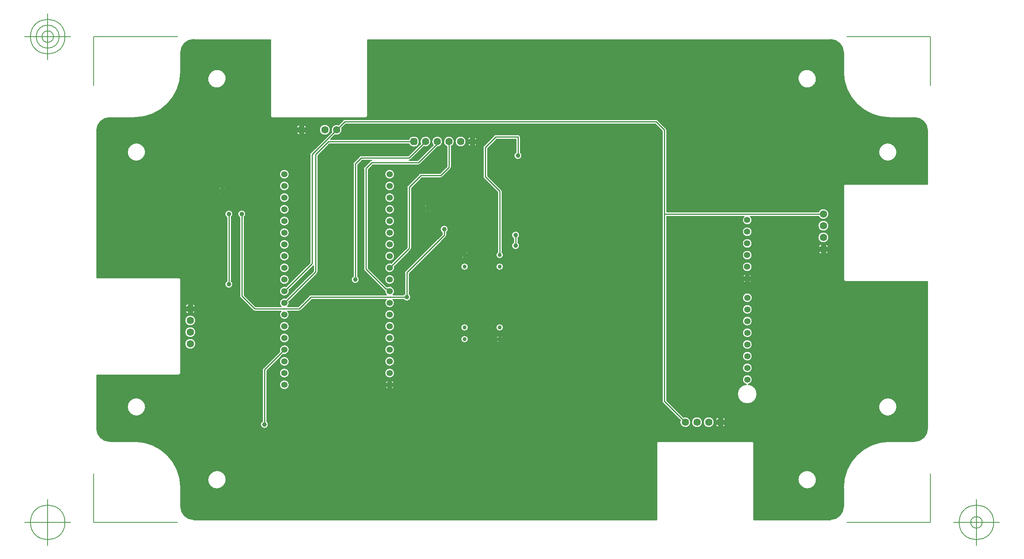
<source format=gbr>
G04 Generated by Ultiboard 14.2 *
%FSLAX24Y24*%
%MOIN*%

%ADD10C,0.0001*%
%ADD11C,0.0100*%
%ADD12C,0.0050*%
%ADD13C,0.0394*%
%ADD14C,0.0534*%
%ADD15C,0.0337*%
%ADD16C,0.0633*%
%ADD17R,0.0208X0.0208*%
%ADD18C,0.0392*%


G04 ColorRGB 0000FF for the following layer *
%LNCopper Bottom*%
%LPD*%
G54D10*
G36*
X20651Y-13987D02*
X20651Y-13987D01*
X20651Y-20517D01*
X20899Y-20517D01*
X20899Y-20517D01*
X27197Y-20517D01*
G75*
D01*
G02X27209Y-20516I12J-151*
G01*
G75*
D01*
G03X28308Y-19418I0J1098*
G01*
G74*
D01*
G02X28308Y-19406I151J0*
G01*
X28308Y-19406D01*
X28308Y-17824D01*
G75*
D01*
G02X28305Y-17794I151J30*
G01*
G75*
D01*
G02X32266Y-13833I3961J0*
G01*
G74*
D01*
G02X32296Y-13836I0J154*
G01*
X32296Y-13836D01*
X34381Y-13836D01*
G75*
D01*
G02X34393Y-13835I12J-151*
G01*
G75*
D01*
G03X35491Y-12737I0J1098*
G01*
G74*
D01*
G02X35492Y-12725I152J0*
G01*
X35492Y-12725D01*
X35492Y-151D01*
X28459Y-151D01*
G75*
D01*
G02X28308Y0I0J151*
G01*
X28308Y0D01*
X28308Y8000D01*
G75*
D01*
G02X28459Y8151I151J0*
G01*
X28459Y8151D01*
X35489Y8151D01*
X35492Y12725D01*
G75*
D01*
G02X35491Y12737I151J12*
G01*
G74*
D01*
G03X34393Y13835I1098J0*
G01*
G75*
D01*
G02X34381Y13836I0J152*
G01*
X34381Y13836D01*
X32296Y13836D01*
G74*
D01*
G02X32266Y13833I30J151*
G01*
G75*
D01*
G02X28305Y17794I0J3961*
G01*
G74*
D01*
G02X28308Y17824I154J0*
G01*
X28308Y17824D01*
X28308Y19406D01*
G75*
D01*
G02X28308Y19418I151J12*
G01*
G74*
D01*
G03X27209Y20516I1099J0*
G01*
G75*
D01*
G02X27197Y20517I0J152*
G01*
X27197Y20517D01*
X-12349Y20517D01*
X-12349Y13987D01*
G75*
D01*
G02X-12500Y13836I-151J0*
G01*
X-12500Y13836D01*
X-20500Y13836D01*
G75*
D01*
G02X-20651Y13987I0J151*
G01*
X-20651Y13987D01*
X-20651Y20517D01*
X-26345Y20517D01*
X-26345Y20517D01*
X-27197Y20517D01*
G74*
D01*
G02X-27209Y20516I12J151*
G01*
G75*
D01*
G03X-28308Y19418I0J-1098*
G01*
G75*
D01*
G02X-28308Y19406I-151J0*
G01*
X-28308Y19406D01*
X-28308Y17824D01*
G74*
D01*
G02X-28305Y17794I151J30*
G01*
G75*
D01*
G02X-32266Y13833I-3961J0*
G01*
G75*
D01*
G02X-32296Y13836I0J154*
G01*
X-32296Y13836D01*
X-34381Y13836D01*
G74*
D01*
G02X-34393Y13835I12J151*
G01*
G75*
D01*
G03X-35491Y12737I0J-1098*
G01*
G75*
D01*
G02X-35492Y12725I-152J0*
G01*
X-35492Y12725D01*
X-35492Y151D01*
X-28459Y151D01*
G74*
D01*
G02X-28308Y0I0J151*
G01*
X-28308Y0D01*
X-28308Y-8000D01*
G75*
D01*
G02X-28459Y-8151I-151J0*
G01*
X-28459Y-8151D01*
X-35489Y-8151D01*
X-35491Y-11370D01*
X-35491Y-11370D01*
X-35492Y-12725D01*
G74*
D01*
G02X-35491Y-12737I151J12*
G01*
G75*
D01*
G03X-34393Y-13835I1098J0*
G01*
G74*
D01*
G02X-34381Y-13836I0J152*
G01*
X-34381Y-13836D01*
X-32296Y-13836D01*
G75*
D01*
G02X-32266Y-13833I30J-151*
G01*
G74*
D01*
G02X-28305Y-17794I0J3961*
G01*
G75*
D01*
G02X-28308Y-17824I-154J0*
G01*
X-28308Y-17824D01*
X-28308Y-19406D01*
G74*
D01*
G02X-28308Y-19418I151J12*
G01*
G75*
D01*
G03X-27209Y-20516I1099J0*
G01*
G74*
D01*
G02X-27197Y-20517I0J152*
G01*
X-27197Y-20517D01*
X12349Y-20517D01*
X12349Y-13987D01*
G75*
D01*
G02X12500Y-13836I151J0*
G01*
X12500Y-13836D01*
X20500Y-13836D01*
G74*
D01*
G02X20651Y-13987I0J151*
G01*
D02*
G37*
%LPC*%
G36*
X31540Y-10364D02*
G75*
D01*
G02X32636Y-11460I573J-523*
G01*
G75*
D01*
G02X31540Y-10364I-536J560*
G01*
D02*
G37*
G36*
X-5601Y11379D02*
G75*
D01*
G02X-5199Y11379I201J421*
G01*
X-5199Y11379D01*
X-5199Y9600D01*
G75*
D01*
G02X-5258Y9458I-201J0*
G01*
X-5258Y9458D01*
X-5958Y8758D01*
G75*
D01*
G02X-6100Y8699I-142J142*
G01*
X-6100Y8699D01*
X-7717Y8699D01*
X-8599Y7817D01*
X-8599Y2660D01*
G75*
D01*
G02X-8658Y2518I-201J0*
G01*
X-8658Y2518D01*
X-10060Y1116D01*
G75*
D01*
G02X-10344Y1400I-400J-116*
G01*
X-10344Y1400D01*
X-9001Y2743D01*
X-9001Y7900D01*
G74*
D01*
G02X-8942Y8042I201J0*
G01*
X-8942Y8042D01*
X-7942Y9042D01*
G75*
D01*
G02X-7800Y9101I142J-142*
G01*
X-7800Y9101D01*
X-6183Y9101D01*
X-5601Y9683D01*
X-5601Y11379D01*
D02*
G37*
G36*
X-19060Y-1884D02*
G75*
D01*
G02X-19170Y-2299I-400J-116*
G01*
X-19170Y-2299D01*
X-18283Y-2299D01*
X-17905Y-1921D01*
X-17905Y-1921D01*
X-17342Y-1358D01*
G74*
D01*
G02X-17267Y-1311I142J142*
G01*
G75*
D01*
G02X-17200Y-1299I67J-189*
G01*
X-17200Y-1299D01*
X-10750Y-1299D01*
G75*
D01*
G02X-10877Y-986I290J299*
G01*
G74*
D01*
G02X-10942Y-942I77J186*
G01*
X-10942Y-942D01*
X-12642Y758D01*
G75*
D01*
G02X-12701Y900I142J142*
G01*
X-12701Y900D01*
X-12701Y9500D01*
G74*
D01*
G02X-12642Y9642I201J0*
G01*
X-12642Y9642D01*
X-12142Y10142D01*
G74*
D01*
G02X-12042Y10196I142J142*
G01*
G74*
D01*
G02X-12028Y10199I42J196*
G01*
X-12028Y10199D01*
X-12817Y10199D01*
X-13199Y9817D01*
X-13199Y283D01*
G75*
D01*
G02X-13601Y283I-201J-283*
G01*
X-13601Y283D01*
X-13601Y9900D01*
G74*
D01*
G02X-13542Y10042I201J0*
G01*
X-13542Y10042D01*
X-13042Y10542D01*
G74*
D01*
G02X-12942Y10596I142J142*
G01*
G75*
D01*
G02X-12900Y10601I42J-196*
G01*
X-12900Y10601D01*
X-8883Y10601D01*
X-7840Y11644D01*
G75*
D01*
G02X-7556Y11360I440J156*
G01*
X-7556Y11360D01*
X-8658Y10258D01*
G74*
D01*
G02X-8736Y10209I142J142*
G01*
G74*
D01*
G02X-8772Y10201I64J191*
G01*
X-8772Y10201D01*
X-8083Y10201D01*
X-7447Y10837D01*
X-7447Y10837D01*
X-6769Y11515D01*
G75*
D01*
G02X-6382Y11334I369J285*
G01*
X-6382Y11334D01*
X-7447Y10268D01*
X-7447Y10268D01*
X-7858Y9858D01*
G74*
D01*
G02X-7974Y9801I142J142*
G01*
G74*
D01*
G02X-8000Y9799I26J199*
G01*
X-8000Y9799D01*
X-11917Y9799D01*
X-12299Y9417D01*
X-12299Y983D01*
X-10717Y-599D01*
X-10660Y-599D01*
G75*
D01*
G02X-10601Y-608I0J-201*
G01*
G75*
D01*
G02X-10170Y-1299I141J-392*
G01*
X-10170Y-1299D01*
X-9283Y-1299D01*
G74*
D01*
G02X-9201Y-1217I283J201*
G01*
X-9201Y-1217D01*
X-9201Y600D01*
G74*
D01*
G02X-9142Y742I201J0*
G01*
X-9142Y742D01*
X-6001Y3883D01*
X-6001Y4017D01*
G75*
D01*
G02X-5599Y4017I201J283*
G01*
X-5599Y4017D01*
X-5599Y3800D01*
G75*
D01*
G02X-5658Y3658I-201J0*
G01*
X-5658Y3658D01*
X-8799Y517D01*
X-8799Y-1217D01*
G75*
D01*
G02X-9283Y-1701I-201J-283*
G01*
X-9283Y-1701D01*
X-10170Y-1701D01*
G75*
D01*
G02X-10750Y-1701I-290J-299*
G01*
X-10750Y-1701D01*
X-17117Y-1701D01*
X-17337Y-1921D01*
X-17337Y-1921D01*
X-18058Y-2642D01*
G74*
D01*
G02X-18173Y-2699I142J142*
G01*
G74*
D01*
G02X-18200Y-2701I27J199*
G01*
X-18200Y-2701D01*
X-19170Y-2701D01*
G75*
D01*
G02X-19750Y-2701I-290J-299*
G01*
X-19750Y-2701D01*
X-22000Y-2701D01*
G75*
D01*
G02X-22061Y-2692I0J201*
G01*
G74*
D01*
G02X-22142Y-2642I61J192*
G01*
X-22142Y-2642D01*
X-22863Y-1921D01*
X-22863Y-1921D01*
X-23242Y-1542D01*
G75*
D01*
G02X-23301Y-1400I142J142*
G01*
X-23301Y-1400D01*
X-23301Y5317D01*
G75*
D01*
G02X-22899Y5317I201J283*
G01*
X-22899Y5317D01*
X-22899Y-1317D01*
X-22295Y-1921D01*
X-22295Y-1921D01*
X-21917Y-2299D01*
X-19750Y-2299D01*
G75*
D01*
G02X-19344Y-1600I290J299*
G01*
X-19344Y-1600D01*
X-17001Y743D01*
X-17001Y1175D01*
X-19060Y-884D01*
G75*
D01*
G02X-19344Y-600I-400J-116*
G01*
X-19344Y-600D01*
X-17301Y1443D01*
X-17301Y10700D01*
G74*
D01*
G02X-17242Y10842I201J0*
G01*
X-17242Y10842D01*
X-16896Y11188D01*
X-16896Y11188D01*
X-16867Y11217D01*
X-15440Y12644D01*
G75*
D01*
G02X-14844Y13240I440J156*
G01*
X-14844Y13240D01*
X-14442Y13642D01*
G75*
D01*
G02X-14300Y13701I142J-142*
G01*
X-14300Y13701D01*
X12300Y13701D01*
G74*
D01*
G02X12442Y13642I0J201*
G01*
X12442Y13642D01*
X13142Y12942D01*
G74*
D01*
G02X13201Y12800I142J142*
G01*
X13201Y12800D01*
X13201Y5801D01*
X26179Y5801D01*
G75*
D01*
G02X26179Y5399I421J-201*
G01*
X26179Y5399D01*
X20368Y5399D01*
G75*
D01*
G02X19816Y5399I-276J-313*
G01*
X19816Y5399D01*
X13201Y5399D01*
X13201Y-10317D01*
X14644Y-11760D01*
G75*
D01*
G02X14360Y-12044I156J-440*
G01*
X14360Y-12044D01*
X13686Y-11370D01*
X13686Y-11370D01*
X12858Y-10542D01*
G75*
D01*
G02X12799Y-10400I142J142*
G01*
X12799Y-10400D01*
X12799Y12717D01*
X12217Y13299D01*
X-14217Y13299D01*
X-14560Y12956D01*
G75*
D01*
G02X-15156Y12360I-440J-156*
G01*
X-15156Y12360D01*
X-15515Y12001D01*
X-8838Y12001D01*
G75*
D01*
G02X-8504Y12252I334J-97*
G01*
X-8504Y12252D01*
X-8296Y12252D01*
G74*
D01*
G02X-7948Y11904I0J348*
G01*
X-7948Y11904D01*
X-7948Y11696D01*
G75*
D01*
G02X-8296Y11348I-348J0*
G01*
X-8296Y11348D01*
X-8504Y11348D01*
G75*
D01*
G02X-8838Y11599I0J348*
G01*
X-8838Y11599D01*
X-15617Y11599D01*
X-16599Y10617D01*
X-16599Y660D01*
G75*
D01*
G02X-16658Y518I-201J0*
G01*
X-16658Y518D01*
X-16896Y280D01*
X-16896Y280D01*
X-19060Y-1884D01*
D02*
G37*
G36*
X-7323Y5776D02*
G74*
D01*
G02X-7524Y5977I123J324*
G01*
X-7524Y5977D01*
X-7323Y5977D01*
X-7323Y5776D01*
D02*
G37*
G36*
X-7323Y6424D02*
X-7323Y6424D01*
X-7323Y6223D01*
X-7524Y6223D01*
G74*
D01*
G02X-7323Y6424I324J123*
G01*
D02*
G37*
G36*
X-1261Y2347D02*
X-1261Y2347D01*
X-1261Y7477D01*
X-1312Y7528D01*
X-1312Y7528D01*
X-2442Y8658D01*
G75*
D01*
G02X-2501Y8800I142J142*
G01*
X-2501Y8800D01*
X-2501Y11300D01*
G74*
D01*
G02X-2442Y11442I201J0*
G01*
X-2442Y11442D01*
X-1542Y12342D01*
G75*
D01*
G02X-1400Y12401I142J-142*
G01*
X-1400Y12401D01*
X500Y12401D01*
G74*
D01*
G02X701Y12200I0J201*
G01*
X701Y12200D01*
X701Y10883D01*
G75*
D01*
G02X299Y10883I-201J-283*
G01*
X299Y10883D01*
X299Y11999D01*
X-1317Y11999D01*
X-2099Y11217D01*
X-2099Y8883D01*
X-918Y7702D01*
G75*
D01*
G02X-859Y7560I-142J-142*
G01*
X-859Y7560D01*
X-859Y2347D01*
G75*
D01*
G02X-1261Y2347I-201J-247*
G01*
D02*
G37*
G36*
X20004Y-8961D02*
G75*
D01*
G02X20190Y-8962I96J406*
G01*
G75*
D01*
G02X20004Y-8961I-98J-833*
G01*
D02*
G37*
G36*
X19900Y-1921D02*
G75*
D01*
G02X19900Y-1921I200J366*
G01*
D02*
G37*
G36*
X25880Y17573D02*
G75*
D01*
G02X24551Y16776I-642J-435*
G01*
G75*
D01*
G02X25880Y17573I649J424*
G01*
D02*
G37*
G36*
X-20959Y-12117D02*
G75*
D01*
G02X-21361Y-12117I-201J-283*
G01*
X-21361Y-12117D01*
X-21361Y-7700D01*
G74*
D01*
G02X-21302Y-7558I201J0*
G01*
X-21302Y-7558D01*
X-19860Y-6116D01*
G75*
D01*
G02X-19576Y-6400I400J116*
G01*
X-19576Y-6400D01*
X-20959Y-7783D01*
X-20959Y-12117D01*
D02*
G37*
G36*
X-24551Y16776D02*
G75*
D01*
G02X-25880Y17573I-686J362*
G01*
G75*
D01*
G02X-24551Y16776I680J-373*
G01*
D02*
G37*
G36*
X3117Y16976D02*
G75*
D01*
G02X3117Y16976I479J689*
G01*
D02*
G37*
G36*
X-16896Y12345D02*
G75*
D01*
G02X-16896Y12345I-104J455*
G01*
D02*
G37*
G36*
X-31540Y-10364D02*
G75*
D01*
G02X-32636Y-11460I-560J-536*
G01*
G75*
D01*
G02X-31540Y-10364I524J573*
G01*
D02*
G37*
G36*
X-24853Y7528D02*
G75*
D01*
G02X-24853Y7528I93J72*
G01*
D02*
G37*
G36*
X-10877Y8000D02*
G75*
D01*
G02X-10877Y8000I417J0*
G01*
D02*
G37*
G36*
X-10877Y9000D02*
G75*
D01*
G02X-10877Y9000I417J0*
G01*
D02*
G37*
G36*
X32636Y11460D02*
G75*
D01*
G02X31540Y10364I-523J-572*
G01*
G75*
D01*
G02X32636Y11460I560J536*
G01*
D02*
G37*
G36*
X-10877Y7000D02*
G75*
D01*
G02X-10877Y7000I417J0*
G01*
D02*
G37*
G36*
X-10877Y0D02*
G75*
D01*
G02X-10877Y0I417J0*
G01*
D02*
G37*
G36*
X-10877Y2000D02*
G75*
D01*
G02X-10877Y2000I417J0*
G01*
D02*
G37*
G36*
X-10877Y3000D02*
G75*
D01*
G02X-10877Y3000I417J0*
G01*
D02*
G37*
G36*
X-10877Y4000D02*
G75*
D01*
G02X-10877Y4000I417J0*
G01*
D02*
G37*
G36*
X-10877Y5000D02*
G75*
D01*
G02X-10877Y5000I417J0*
G01*
D02*
G37*
G36*
X-10877Y6000D02*
G75*
D01*
G02X-10877Y6000I417J0*
G01*
D02*
G37*
G36*
X-4867Y11800D02*
G75*
D01*
G02X-4867Y11800I467J0*
G01*
D02*
G37*
G36*
X-2964Y11635D02*
G74*
D01*
G02X-3235Y11364I436J165*
G01*
X-3235Y11364D01*
X-3235Y11635D01*
X-2964Y11635D01*
D02*
G37*
G36*
X-3575Y11800D02*
G75*
D01*
G02X-3575Y11800I175J0*
G01*
D02*
G37*
G36*
X-3565Y11364D02*
G74*
D01*
G02X-3836Y11635I165J436*
G01*
X-3836Y11635D01*
X-3565Y11635D01*
X-3565Y11364D01*
D02*
G37*
G36*
X-3235Y12236D02*
G74*
D01*
G02X-2964Y11965I165J436*
G01*
X-2964Y11965D01*
X-3235Y11965D01*
X-3235Y12236D01*
D02*
G37*
G36*
X-3836Y11965D02*
G74*
D01*
G02X-3565Y12236I436J165*
G01*
X-3565Y12236D01*
X-3565Y11965D01*
X-3836Y11965D01*
D02*
G37*
G36*
X-16467Y12800D02*
G75*
D01*
G02X-16467Y12800I467J0*
G01*
D02*
G37*
G36*
X19675Y1086D02*
G75*
D01*
G02X19675Y1086I417J0*
G01*
D02*
G37*
G36*
X20240Y476D02*
G74*
D01*
G02X20482Y234I148J390*
G01*
X20482Y234D01*
X20240Y234D01*
X20240Y476D01*
D02*
G37*
G36*
X20482Y-61D02*
G74*
D01*
G02X20240Y-303I390J147*
G01*
X20240Y-303D01*
X20240Y-61D01*
X20482Y-61D01*
D02*
G37*
G36*
X19702Y234D02*
G74*
D01*
G02X19944Y476I390J148*
G01*
X19944Y476D01*
X19944Y234D01*
X19702Y234D01*
D02*
G37*
G36*
X19944Y-303D02*
G74*
D01*
G02X19702Y-61I148J389*
G01*
X19702Y-61D01*
X19944Y-61D01*
X19944Y-303D01*
D02*
G37*
G36*
X19895Y86D02*
G75*
D01*
G02X19895Y86I197J0*
G01*
D02*
G37*
G36*
X19675Y2086D02*
G75*
D01*
G02X19675Y2086I417J0*
G01*
D02*
G37*
G36*
X19675Y3086D02*
G75*
D01*
G02X19675Y3086I417J0*
G01*
D02*
G37*
G36*
X19675Y4086D02*
G75*
D01*
G02X19675Y4086I417J0*
G01*
D02*
G37*
G36*
X19683Y-7555D02*
G75*
D01*
G02X19683Y-7555I417J0*
G01*
D02*
G37*
G36*
X19683Y-6555D02*
G75*
D01*
G02X19683Y-6555I417J0*
G01*
D02*
G37*
G36*
X19683Y-5555D02*
G75*
D01*
G02X19683Y-5555I417J0*
G01*
D02*
G37*
G36*
X19683Y-4555D02*
G75*
D01*
G02X19683Y-4555I417J0*
G01*
D02*
G37*
G36*
X19683Y-3555D02*
G75*
D01*
G02X19683Y-3555I417J0*
G01*
D02*
G37*
G36*
X19683Y-2555D02*
G75*
D01*
G02X19683Y-2555I417J0*
G01*
D02*
G37*
G36*
X-27053Y-2340D02*
X-27053Y-2340D01*
X-27340Y-2340D01*
X-27340Y-2053D01*
G74*
D01*
G02X-27053Y-2340I56J343*
G01*
D02*
G37*
G36*
X-27967Y-5500D02*
G75*
D01*
G02X-27967Y-5500I467J0*
G01*
D02*
G37*
G36*
X-27967Y-4500D02*
G75*
D01*
G02X-27967Y-4500I467J0*
G01*
D02*
G37*
G36*
X-27967Y-3500D02*
G75*
D01*
G02X-27967Y-3500I467J0*
G01*
D02*
G37*
G36*
X-27696Y-2500D02*
G75*
D01*
G02X-27696Y-2500I196J0*
G01*
D02*
G37*
G36*
X-27947Y-2660D02*
X-27947Y-2660D01*
X-27660Y-2660D01*
X-27660Y-2947D01*
G74*
D01*
G02X-27947Y-2660I56J343*
G01*
D02*
G37*
G36*
X-27340Y-2947D02*
X-27340Y-2947D01*
X-27340Y-2660D01*
X-27053Y-2660D01*
G74*
D01*
G02X-27340Y-2947I343J56*
G01*
D02*
G37*
G36*
X-27660Y-2053D02*
X-27660Y-2053D01*
X-27660Y-2340D01*
X-27947Y-2340D01*
G74*
D01*
G02X-27660Y-2053I343J56*
G01*
D02*
G37*
G36*
X-24665Y-17660D02*
G75*
D01*
G02X-25760Y-16565I-572J523*
G01*
G75*
D01*
G02X-24665Y-17660I560J-535*
G01*
D02*
G37*
G36*
X-32636Y11460D02*
G75*
D01*
G02X-31540Y10364I536J-560*
G01*
G75*
D01*
G02X-32636Y11460I-572J524*
G01*
D02*
G37*
G36*
X25760Y-16565D02*
G75*
D01*
G02X24665Y-17660I-522J-572*
G01*
G75*
D01*
G02X25760Y-16565I535J560*
G01*
D02*
G37*
G36*
X17604Y-12200D02*
G75*
D01*
G02X17604Y-12200I196J0*
G01*
D02*
G37*
G36*
X15333Y-12200D02*
G75*
D01*
G02X15333Y-12200I467J0*
G01*
D02*
G37*
G36*
X16333Y-12200D02*
G75*
D01*
G02X16333Y-12200I467J0*
G01*
D02*
G37*
G36*
X17353Y-12360D02*
X17353Y-12360D01*
X17640Y-12360D01*
X17640Y-12647D01*
G74*
D01*
G02X17353Y-12360I56J343*
G01*
D02*
G37*
G36*
X17960Y-12647D02*
X17960Y-12647D01*
X17960Y-12360D01*
X18247Y-12360D01*
G74*
D01*
G02X17960Y-12647I343J56*
G01*
D02*
G37*
G36*
X18247Y-12040D02*
X18247Y-12040D01*
X17960Y-12040D01*
X17960Y-11753D01*
G74*
D01*
G02X18247Y-12040I56J343*
G01*
D02*
G37*
G36*
X17640Y-11753D02*
X17640Y-11753D01*
X17640Y-12040D01*
X17353Y-12040D01*
G74*
D01*
G02X17640Y-11753I343J56*
G01*
D02*
G37*
G36*
X-19877Y1000D02*
G75*
D01*
G02X-19877Y1000I417J0*
G01*
D02*
G37*
G36*
X-19877Y0D02*
G75*
D01*
G02X-19877Y0I417J0*
G01*
D02*
G37*
G36*
X-24401Y5317D02*
G75*
D01*
G02X-23999Y5317I201J283*
G01*
X-23999Y5317D01*
X-23999Y-117D01*
G75*
D01*
G02X-24401Y-117I-201J-283*
G01*
X-24401Y-117D01*
X-24401Y5317D01*
D02*
G37*
G36*
X-19877Y2000D02*
G75*
D01*
G02X-19877Y2000I417J0*
G01*
D02*
G37*
G36*
X-19877Y3000D02*
G75*
D01*
G02X-19877Y3000I417J0*
G01*
D02*
G37*
G36*
X-19877Y4000D02*
G75*
D01*
G02X-19877Y4000I417J0*
G01*
D02*
G37*
G36*
X-19877Y5000D02*
G75*
D01*
G02X-19877Y5000I417J0*
G01*
D02*
G37*
G36*
X-19877Y6000D02*
G75*
D01*
G02X-19877Y6000I417J0*
G01*
D02*
G37*
G36*
X-19877Y7000D02*
G75*
D01*
G02X-19877Y7000I417J0*
G01*
D02*
G37*
G36*
X-24436Y7477D02*
G74*
D01*
G02X-24637Y7276I324J123*
G01*
X-24637Y7276D01*
X-24637Y7477D01*
X-24436Y7477D01*
D02*
G37*
G36*
X-24883Y7276D02*
G74*
D01*
G02X-25084Y7477I123J324*
G01*
X-25084Y7477D01*
X-24883Y7477D01*
X-24883Y7276D01*
D02*
G37*
G36*
X-1378Y-4100D02*
G75*
D01*
G02X-1378Y-4100I318J0*
G01*
D02*
G37*
G36*
X-4378Y-5100D02*
G75*
D01*
G02X-4378Y-5100I318J0*
G01*
D02*
G37*
G36*
X-947Y-4802D02*
G74*
D01*
G02X-762Y-4987I113J298*
G01*
X-762Y-4987D01*
X-947Y-4987D01*
X-947Y-4802D01*
D02*
G37*
G36*
X-762Y-5213D02*
G74*
D01*
G02X-947Y-5398I298J113*
G01*
X-947Y-5398D01*
X-947Y-5213D01*
X-762Y-5213D01*
D02*
G37*
G36*
X-1358Y-4987D02*
G74*
D01*
G02X-1173Y-4802I298J113*
G01*
X-1173Y-4802D01*
X-1173Y-4987D01*
X-1358Y-4987D01*
D02*
G37*
G36*
X-1173Y-5398D02*
G74*
D01*
G02X-1358Y-5213I113J298*
G01*
X-1358Y-5213D01*
X-1173Y-5213D01*
X-1173Y-5398D01*
D02*
G37*
G36*
X-1158Y-5100D02*
G75*
D01*
G02X-1158Y-5100I98J0*
G01*
D02*
G37*
G36*
X-4378Y-4100D02*
G75*
D01*
G02X-4378Y-4100I318J0*
G01*
D02*
G37*
G36*
X-4378Y1100D02*
G75*
D01*
G02X-4378Y1100I318J0*
G01*
D02*
G37*
G36*
X-1378Y1100D02*
G75*
D01*
G02X-1378Y1100I318J0*
G01*
D02*
G37*
G36*
X-4358Y2213D02*
G74*
D01*
G02X-4173Y2398I298J113*
G01*
X-4173Y2398D01*
X-4173Y2213D01*
X-4358Y2213D01*
D02*
G37*
G36*
X-3947Y2398D02*
G74*
D01*
G02X-3762Y2213I113J298*
G01*
X-3762Y2213D01*
X-3947Y2213D01*
X-3947Y2398D01*
D02*
G37*
G36*
X-3762Y1987D02*
G74*
D01*
G02X-3947Y1802I298J113*
G01*
X-3947Y1802D01*
X-3947Y1987D01*
X-3762Y1987D01*
D02*
G37*
G36*
X-4173Y1802D02*
G74*
D01*
G02X-4358Y1987I113J298*
G01*
X-4358Y1987D01*
X-4173Y1987D01*
X-4173Y1802D01*
D02*
G37*
G36*
X-4158Y2100D02*
G75*
D01*
G02X-4158Y2100I98J0*
G01*
D02*
G37*
G36*
X99Y3517D02*
G75*
D01*
G02X501Y3517I201J283*
G01*
X501Y3517D01*
X501Y3183D01*
G75*
D01*
G02X99Y3183I-201J-283*
G01*
X99Y3183D01*
X99Y3517D01*
D02*
G37*
G36*
X-7318Y6100D02*
G75*
D01*
G02X-7318Y6100I118J0*
G01*
D02*
G37*
G36*
X-7077Y6424D02*
G74*
D01*
G02X-6876Y6223I123J324*
G01*
X-6876Y6223D01*
X-7077Y6223D01*
X-7077Y6424D01*
D02*
G37*
G36*
X-6876Y5977D02*
G74*
D01*
G02X-7077Y5776I324J123*
G01*
X-7077Y5776D01*
X-7077Y5977D01*
X-6876Y5977D01*
D02*
G37*
G36*
X26760Y2153D02*
X26760Y2153D01*
X26760Y2440D01*
X27047Y2440D01*
G74*
D01*
G02X26760Y2153I343J56*
G01*
D02*
G37*
G36*
X26153Y2440D02*
X26153Y2440D01*
X26440Y2440D01*
X26440Y2153D01*
G74*
D01*
G02X26153Y2440I56J343*
G01*
D02*
G37*
G36*
X27047Y2760D02*
X27047Y2760D01*
X26760Y2760D01*
X26760Y3047D01*
G74*
D01*
G02X27047Y2760I56J343*
G01*
D02*
G37*
G36*
X26404Y2600D02*
G75*
D01*
G02X26404Y2600I196J0*
G01*
D02*
G37*
G36*
X26133Y3600D02*
G75*
D01*
G02X26133Y3600I467J0*
G01*
D02*
G37*
G36*
X26440Y3047D02*
X26440Y3047D01*
X26440Y2760D01*
X26153Y2760D01*
G74*
D01*
G02X26440Y3047I343J56*
G01*
D02*
G37*
G36*
X26133Y4600D02*
G75*
D01*
G02X26133Y4600I467J0*
G01*
D02*
G37*
G36*
X-10850Y-8852D02*
G74*
D01*
G02X-10608Y-8610I390J148*
G01*
X-10608Y-8610D01*
X-10608Y-8852D01*
X-10850Y-8852D01*
D02*
G37*
G36*
X-10312Y-8610D02*
G74*
D01*
G02X-10070Y-8852I148J390*
G01*
X-10070Y-8852D01*
X-10312Y-8852D01*
X-10312Y-8610D01*
D02*
G37*
G36*
X-10070Y-9148D02*
G74*
D01*
G02X-10312Y-9390I390J148*
G01*
X-10312Y-9390D01*
X-10312Y-9148D01*
X-10070Y-9148D01*
D02*
G37*
G36*
X-10608Y-9390D02*
G74*
D01*
G02X-10850Y-9148I148J390*
G01*
X-10850Y-9148D01*
X-10608Y-9148D01*
X-10608Y-9390D01*
D02*
G37*
G36*
X-10657Y-9000D02*
G75*
D01*
G02X-10657Y-9000I197J0*
G01*
D02*
G37*
G36*
X-10877Y-8000D02*
G75*
D01*
G02X-10877Y-8000I417J0*
G01*
D02*
G37*
G36*
X-10877Y-7000D02*
G75*
D01*
G02X-10877Y-7000I417J0*
G01*
D02*
G37*
G36*
X-10877Y-6000D02*
G75*
D01*
G02X-10877Y-6000I417J0*
G01*
D02*
G37*
G36*
X-10877Y-5000D02*
G75*
D01*
G02X-10877Y-5000I417J0*
G01*
D02*
G37*
G36*
X-10877Y-4000D02*
G75*
D01*
G02X-10877Y-4000I417J0*
G01*
D02*
G37*
G36*
X-10877Y-3000D02*
G75*
D01*
G02X-10877Y-3000I417J0*
G01*
D02*
G37*
G36*
X-19877Y-9000D02*
G75*
D01*
G02X-19877Y-9000I417J0*
G01*
D02*
G37*
G36*
X-19877Y-8000D02*
G75*
D01*
G02X-19877Y-8000I417J0*
G01*
D02*
G37*
G36*
X-19877Y-7000D02*
G75*
D01*
G02X-19877Y-7000I417J0*
G01*
D02*
G37*
G36*
X-19877Y-5000D02*
G75*
D01*
G02X-19877Y-5000I417J0*
G01*
D02*
G37*
G36*
X-19877Y-4000D02*
G75*
D01*
G02X-19877Y-4000I417J0*
G01*
D02*
G37*
G36*
X-25084Y7723D02*
G74*
D01*
G02X-24883Y7924I324J123*
G01*
X-24883Y7924D01*
X-24883Y7723D01*
X-25084Y7723D01*
D02*
G37*
G36*
X-24637Y7924D02*
G74*
D01*
G02X-24436Y7723I123J324*
G01*
X-24436Y7723D01*
X-24637Y7723D01*
X-24637Y7924D01*
D02*
G37*
G36*
X-19877Y8000D02*
G75*
D01*
G02X-19877Y8000I417J0*
G01*
D02*
G37*
G36*
X-19877Y9000D02*
G75*
D01*
G02X-19877Y9000I417J0*
G01*
D02*
G37*
G36*
X-18447Y12640D02*
X-18447Y12640D01*
X-18160Y12640D01*
X-18160Y12353D01*
G74*
D01*
G02X-18447Y12640I56J343*
G01*
D02*
G37*
G36*
X-17840Y12353D02*
X-17840Y12353D01*
X-17840Y12640D01*
X-17553Y12640D01*
G74*
D01*
G02X-17840Y12353I343J56*
G01*
D02*
G37*
G36*
X-18196Y12800D02*
G75*
D01*
G02X-18196Y12800I196J0*
G01*
D02*
G37*
G36*
X-18160Y13247D02*
X-18160Y13247D01*
X-18160Y12960D01*
X-18447Y12960D01*
G74*
D01*
G02X-18160Y13247I343J56*
G01*
D02*
G37*
G36*
X-17553Y12960D02*
X-17553Y12960D01*
X-17840Y12960D01*
X-17840Y13247D01*
G74*
D01*
G02X-17553Y12960I56J343*
G01*
D02*
G37*
%LPD*%
G54D11*
X31540Y-10364D02*
G75*
D01*
G02X32636Y-11460I573J-523*
G01*
G75*
D01*
G02X31540Y-10364I-536J560*
G01*
X-5601Y11379D02*
G75*
D01*
G02X-5199Y11379I201J421*
G01*
X-5199Y9600D01*
G75*
D01*
G02X-5258Y9458I-201J0*
G01*
X-5958Y8758D01*
G75*
D01*
G02X-6100Y8699I-142J142*
G01*
X-7717Y8699D01*
X-8599Y7817D01*
X-8599Y2660D01*
G75*
D01*
G02X-8658Y2518I-201J0*
G01*
X-10060Y1116D01*
G75*
D01*
G02X-10344Y1400I-400J-116*
G01*
X-9001Y2743D01*
X-9001Y7900D01*
G74*
D01*
G02X-8942Y8042I201J0*
G01*
X-7942Y9042D01*
G75*
D01*
G02X-7800Y9101I142J-142*
G01*
X-6183Y9101D01*
X-5601Y9683D01*
X-5601Y11379D01*
X-19060Y-1884D02*
G75*
D01*
G02X-19170Y-2299I-400J-116*
G01*
X-18283Y-2299D01*
X-17905Y-1921D01*
X-17905Y-1921D01*
X-17342Y-1358D01*
G74*
D01*
G02X-17267Y-1311I142J142*
G01*
G75*
D01*
G02X-17200Y-1299I67J-189*
G01*
X-10750Y-1299D01*
G75*
D01*
G02X-10877Y-986I290J299*
G01*
G74*
D01*
G02X-10942Y-942I77J186*
G01*
X-12642Y758D01*
G75*
D01*
G02X-12701Y900I142J142*
G01*
X-12701Y9500D01*
G74*
D01*
G02X-12642Y9642I201J0*
G01*
X-12142Y10142D01*
G74*
D01*
G02X-12042Y10196I142J142*
G01*
G74*
D01*
G02X-12028Y10199I42J196*
G01*
X-12817Y10199D01*
X-13199Y9817D01*
X-13199Y283D01*
G75*
D01*
G02X-13601Y283I-201J-283*
G01*
X-13601Y9900D01*
G74*
D01*
G02X-13542Y10042I201J0*
G01*
X-13042Y10542D01*
G74*
D01*
G02X-12942Y10596I142J142*
G01*
G75*
D01*
G02X-12900Y10601I42J-196*
G01*
X-8883Y10601D01*
X-7840Y11644D01*
G75*
D01*
G02X-7556Y11360I440J156*
G01*
X-8658Y10258D01*
G74*
D01*
G02X-8736Y10209I142J142*
G01*
G74*
D01*
G02X-8772Y10201I64J191*
G01*
X-8083Y10201D01*
X-7447Y10837D01*
X-7447Y10837D01*
X-6769Y11515D01*
G75*
D01*
G02X-6382Y11334I369J285*
G01*
X-7447Y10268D01*
X-7447Y10268D01*
X-7858Y9858D01*
G74*
D01*
G02X-7974Y9801I142J142*
G01*
G74*
D01*
G02X-8000Y9799I26J199*
G01*
X-11917Y9799D01*
X-12299Y9417D01*
X-12299Y983D01*
X-10717Y-599D01*
X-10660Y-599D01*
G75*
D01*
G02X-10601Y-608I0J-201*
G01*
G75*
D01*
G02X-10170Y-1299I141J-392*
G01*
X-9283Y-1299D01*
G74*
D01*
G02X-9201Y-1217I283J201*
G01*
X-9201Y600D01*
G74*
D01*
G02X-9142Y742I201J0*
G01*
X-6001Y3883D01*
X-6001Y4017D01*
G75*
D01*
G02X-5599Y4017I201J283*
G01*
X-5599Y3800D01*
G75*
D01*
G02X-5658Y3658I-201J0*
G01*
X-8799Y517D01*
X-8799Y-1217D01*
G75*
D01*
G02X-9283Y-1701I-201J-283*
G01*
X-10170Y-1701D01*
G75*
D01*
G02X-10750Y-1701I-290J-299*
G01*
X-17117Y-1701D01*
X-17337Y-1921D01*
X-17337Y-1921D01*
X-18058Y-2642D01*
G74*
D01*
G02X-18173Y-2699I142J142*
G01*
G74*
D01*
G02X-18200Y-2701I27J199*
G01*
X-19170Y-2701D01*
G75*
D01*
G02X-19750Y-2701I-290J-299*
G01*
X-22000Y-2701D01*
G75*
D01*
G02X-22061Y-2692I0J201*
G01*
G74*
D01*
G02X-22142Y-2642I61J192*
G01*
X-22863Y-1921D01*
X-22863Y-1921D01*
X-23242Y-1542D01*
G75*
D01*
G02X-23301Y-1400I142J142*
G01*
X-23301Y5317D01*
G75*
D01*
G02X-22899Y5317I201J283*
G01*
X-22899Y-1317D01*
X-22295Y-1921D01*
X-22295Y-1921D01*
X-21917Y-2299D01*
X-19750Y-2299D01*
G75*
D01*
G02X-19344Y-1600I290J299*
G01*
X-17001Y743D01*
X-17001Y1175D01*
X-19060Y-884D01*
G75*
D01*
G02X-19344Y-600I-400J-116*
G01*
X-17301Y1443D01*
X-17301Y10700D01*
G74*
D01*
G02X-17242Y10842I201J0*
G01*
X-16896Y11188D01*
X-16896Y11188D01*
X-16867Y11217D01*
X-15440Y12644D01*
G75*
D01*
G02X-14844Y13240I440J156*
G01*
X-14442Y13642D01*
G75*
D01*
G02X-14300Y13701I142J-142*
G01*
X12300Y13701D01*
G74*
D01*
G02X12442Y13642I0J201*
G01*
X13142Y12942D01*
G74*
D01*
G02X13201Y12800I142J142*
G01*
X13201Y5801D01*
X26179Y5801D01*
G75*
D01*
G02X26179Y5399I421J-201*
G01*
X20368Y5399D01*
G75*
D01*
G02X19816Y5399I-276J-313*
G01*
X13201Y5399D01*
X13201Y-10317D01*
X14644Y-11760D01*
G75*
D01*
G02X14360Y-12044I156J-440*
G01*
X13686Y-11370D01*
X13686Y-11370D01*
X12858Y-10542D01*
G75*
D01*
G02X12799Y-10400I142J142*
G01*
X12799Y12717D01*
X12217Y13299D01*
X-14217Y13299D01*
X-14560Y12956D01*
G75*
D01*
G02X-15156Y12360I-440J-156*
G01*
X-15515Y12001D01*
X-8838Y12001D01*
G75*
D01*
G02X-8504Y12252I334J-97*
G01*
X-8296Y12252D01*
G74*
D01*
G02X-7948Y11904I0J348*
G01*
X-7948Y11696D01*
G75*
D01*
G02X-8296Y11348I-348J0*
G01*
X-8504Y11348D01*
G75*
D01*
G02X-8838Y11599I0J348*
G01*
X-15617Y11599D01*
X-16599Y10617D01*
X-16599Y660D01*
G75*
D01*
G02X-16658Y518I-201J0*
G01*
X-16896Y280D01*
X-16896Y280D01*
X-19060Y-1884D01*
X-7323Y5776D02*
G74*
D01*
G02X-7524Y5977I123J324*
G01*
X-7323Y5977D01*
X-7323Y5776D01*
X-7323Y6424D02*
X-7323Y6223D01*
X-7524Y6223D01*
G74*
D01*
G02X-7323Y6424I324J123*
G01*
X-1261Y2347D02*
X-1261Y7477D01*
X-1312Y7528D01*
X-1312Y7528D01*
X-2442Y8658D01*
G75*
D01*
G02X-2501Y8800I142J142*
G01*
X-2501Y11300D01*
G74*
D01*
G02X-2442Y11442I201J0*
G01*
X-1542Y12342D01*
G75*
D01*
G02X-1400Y12401I142J-142*
G01*
X500Y12401D01*
G74*
D01*
G02X701Y12200I0J201*
G01*
X701Y10883D01*
G75*
D01*
G02X299Y10883I-201J-283*
G01*
X299Y11999D01*
X-1317Y11999D01*
X-2099Y11217D01*
X-2099Y8883D01*
X-918Y7702D01*
G75*
D01*
G02X-859Y7560I-142J-142*
G01*
X-859Y2347D01*
G75*
D01*
G02X-1261Y2347I-201J-247*
G01*
X20004Y-8961D02*
G75*
D01*
G02X20190Y-8962I96J406*
G01*
G75*
D01*
G02X20004Y-8961I-98J-833*
G01*
X19900Y-1921D02*
G75*
D01*
G02X19900Y-1921I200J366*
G01*
X25880Y17573D02*
G75*
D01*
G02X24551Y16776I-642J-435*
G01*
G75*
D01*
G02X25880Y17573I649J424*
G01*
X-20959Y-12117D02*
G75*
D01*
G02X-21361Y-12117I-201J-283*
G01*
X-21361Y-7700D01*
G74*
D01*
G02X-21302Y-7558I201J0*
G01*
X-19860Y-6116D01*
G75*
D01*
G02X-19576Y-6400I400J116*
G01*
X-20959Y-7783D01*
X-20959Y-12117D01*
X-24551Y16776D02*
G75*
D01*
G02X-25880Y17573I-686J362*
G01*
G75*
D01*
G02X-24551Y16776I680J-373*
G01*
X3117Y16976D02*
G75*
D01*
G02X3117Y16976I479J689*
G01*
X-16896Y12345D02*
G75*
D01*
G02X-16896Y12345I-104J455*
G01*
X-31540Y-10364D02*
G75*
D01*
G02X-32636Y-11460I-560J-536*
G01*
G75*
D01*
G02X-31540Y-10364I524J573*
G01*
X-24853Y7528D02*
G75*
D01*
G02X-24853Y7528I93J72*
G01*
X-10877Y8000D02*
G75*
D01*
G02X-10877Y8000I417J0*
G01*
X-10877Y9000D02*
G75*
D01*
G02X-10877Y9000I417J0*
G01*
X32636Y11460D02*
G75*
D01*
G02X31540Y10364I-523J-572*
G01*
G75*
D01*
G02X32636Y11460I560J536*
G01*
X-10877Y7000D02*
G75*
D01*
G02X-10877Y7000I417J0*
G01*
X-10877Y0D02*
G75*
D01*
G02X-10877Y0I417J0*
G01*
X-10877Y2000D02*
G75*
D01*
G02X-10877Y2000I417J0*
G01*
X-10877Y3000D02*
G75*
D01*
G02X-10877Y3000I417J0*
G01*
X-10877Y4000D02*
G75*
D01*
G02X-10877Y4000I417J0*
G01*
X-10877Y5000D02*
G75*
D01*
G02X-10877Y5000I417J0*
G01*
X-10877Y6000D02*
G75*
D01*
G02X-10877Y6000I417J0*
G01*
X-4867Y11800D02*
G75*
D01*
G02X-4867Y11800I467J0*
G01*
X-2964Y11635D02*
G74*
D01*
G02X-3235Y11364I436J165*
G01*
X-3235Y11635D01*
X-2964Y11635D01*
X-3575Y11800D02*
G75*
D01*
G02X-3575Y11800I175J0*
G01*
X-3565Y11364D02*
G74*
D01*
G02X-3836Y11635I165J436*
G01*
X-3565Y11635D01*
X-3565Y11364D01*
X-3235Y12236D02*
G74*
D01*
G02X-2964Y11965I165J436*
G01*
X-3235Y11965D01*
X-3235Y12236D01*
X-3836Y11965D02*
G74*
D01*
G02X-3565Y12236I436J165*
G01*
X-3565Y11965D01*
X-3836Y11965D01*
X-16467Y12800D02*
G75*
D01*
G02X-16467Y12800I467J0*
G01*
X19675Y1086D02*
G75*
D01*
G02X19675Y1086I417J0*
G01*
X20240Y476D02*
G74*
D01*
G02X20482Y234I148J390*
G01*
X20240Y234D01*
X20240Y476D01*
X20482Y-61D02*
G74*
D01*
G02X20240Y-303I390J147*
G01*
X20240Y-61D01*
X20482Y-61D01*
X19702Y234D02*
G74*
D01*
G02X19944Y476I390J148*
G01*
X19944Y234D01*
X19702Y234D01*
X19944Y-303D02*
G74*
D01*
G02X19702Y-61I148J389*
G01*
X19944Y-61D01*
X19944Y-303D01*
X19895Y86D02*
G75*
D01*
G02X19895Y86I197J0*
G01*
X19675Y2086D02*
G75*
D01*
G02X19675Y2086I417J0*
G01*
X19675Y3086D02*
G75*
D01*
G02X19675Y3086I417J0*
G01*
X19675Y4086D02*
G75*
D01*
G02X19675Y4086I417J0*
G01*
X19683Y-7555D02*
G75*
D01*
G02X19683Y-7555I417J0*
G01*
X19683Y-6555D02*
G75*
D01*
G02X19683Y-6555I417J0*
G01*
X19683Y-5555D02*
G75*
D01*
G02X19683Y-5555I417J0*
G01*
X19683Y-4555D02*
G75*
D01*
G02X19683Y-4555I417J0*
G01*
X19683Y-3555D02*
G75*
D01*
G02X19683Y-3555I417J0*
G01*
X19683Y-2555D02*
G75*
D01*
G02X19683Y-2555I417J0*
G01*
X-27053Y-2340D02*
X-27340Y-2340D01*
X-27340Y-2053D01*
G74*
D01*
G02X-27053Y-2340I56J343*
G01*
X-27967Y-5500D02*
G75*
D01*
G02X-27967Y-5500I467J0*
G01*
X-27967Y-4500D02*
G75*
D01*
G02X-27967Y-4500I467J0*
G01*
X-27967Y-3500D02*
G75*
D01*
G02X-27967Y-3500I467J0*
G01*
X-27696Y-2500D02*
G75*
D01*
G02X-27696Y-2500I196J0*
G01*
X-27947Y-2660D02*
X-27660Y-2660D01*
X-27660Y-2947D01*
G74*
D01*
G02X-27947Y-2660I56J343*
G01*
X-27340Y-2947D02*
X-27340Y-2660D01*
X-27053Y-2660D01*
G74*
D01*
G02X-27340Y-2947I343J56*
G01*
X-27660Y-2053D02*
X-27660Y-2340D01*
X-27947Y-2340D01*
G74*
D01*
G02X-27660Y-2053I343J56*
G01*
X-24665Y-17660D02*
G75*
D01*
G02X-25760Y-16565I-572J523*
G01*
G75*
D01*
G02X-24665Y-17660I560J-535*
G01*
X-32636Y11460D02*
G75*
D01*
G02X-31540Y10364I536J-560*
G01*
G75*
D01*
G02X-32636Y11460I-572J524*
G01*
X25760Y-16565D02*
G75*
D01*
G02X24665Y-17660I-522J-572*
G01*
G75*
D01*
G02X25760Y-16565I535J560*
G01*
X17604Y-12200D02*
G75*
D01*
G02X17604Y-12200I196J0*
G01*
X15333Y-12200D02*
G75*
D01*
G02X15333Y-12200I467J0*
G01*
X16333Y-12200D02*
G75*
D01*
G02X16333Y-12200I467J0*
G01*
X17353Y-12360D02*
X17640Y-12360D01*
X17640Y-12647D01*
G74*
D01*
G02X17353Y-12360I56J343*
G01*
X17960Y-12647D02*
X17960Y-12360D01*
X18247Y-12360D01*
G74*
D01*
G02X17960Y-12647I343J56*
G01*
X18247Y-12040D02*
X17960Y-12040D01*
X17960Y-11753D01*
G74*
D01*
G02X18247Y-12040I56J343*
G01*
X17640Y-11753D02*
X17640Y-12040D01*
X17353Y-12040D01*
G74*
D01*
G02X17640Y-11753I343J56*
G01*
X-19877Y1000D02*
G75*
D01*
G02X-19877Y1000I417J0*
G01*
X-19877Y0D02*
G75*
D01*
G02X-19877Y0I417J0*
G01*
X-24401Y5317D02*
G75*
D01*
G02X-23999Y5317I201J283*
G01*
X-23999Y-117D01*
G75*
D01*
G02X-24401Y-117I-201J-283*
G01*
X-24401Y5317D01*
X-19877Y2000D02*
G75*
D01*
G02X-19877Y2000I417J0*
G01*
X-19877Y3000D02*
G75*
D01*
G02X-19877Y3000I417J0*
G01*
X-19877Y4000D02*
G75*
D01*
G02X-19877Y4000I417J0*
G01*
X-19877Y5000D02*
G75*
D01*
G02X-19877Y5000I417J0*
G01*
X-19877Y6000D02*
G75*
D01*
G02X-19877Y6000I417J0*
G01*
X-19877Y7000D02*
G75*
D01*
G02X-19877Y7000I417J0*
G01*
X-24436Y7477D02*
G74*
D01*
G02X-24637Y7276I324J123*
G01*
X-24637Y7477D01*
X-24436Y7477D01*
X-24883Y7276D02*
G74*
D01*
G02X-25084Y7477I123J324*
G01*
X-24883Y7477D01*
X-24883Y7276D01*
X-1378Y-4100D02*
G75*
D01*
G02X-1378Y-4100I318J0*
G01*
X-4378Y-5100D02*
G75*
D01*
G02X-4378Y-5100I318J0*
G01*
X-947Y-4802D02*
G74*
D01*
G02X-762Y-4987I113J298*
G01*
X-947Y-4987D01*
X-947Y-4802D01*
X-762Y-5213D02*
G74*
D01*
G02X-947Y-5398I298J113*
G01*
X-947Y-5213D01*
X-762Y-5213D01*
X-1358Y-4987D02*
G74*
D01*
G02X-1173Y-4802I298J113*
G01*
X-1173Y-4987D01*
X-1358Y-4987D01*
X-1173Y-5398D02*
G74*
D01*
G02X-1358Y-5213I113J298*
G01*
X-1173Y-5213D01*
X-1173Y-5398D01*
X-1158Y-5100D02*
G75*
D01*
G02X-1158Y-5100I98J0*
G01*
X-4378Y-4100D02*
G75*
D01*
G02X-4378Y-4100I318J0*
G01*
X-4378Y1100D02*
G75*
D01*
G02X-4378Y1100I318J0*
G01*
X-1378Y1100D02*
G75*
D01*
G02X-1378Y1100I318J0*
G01*
X-4358Y2213D02*
G74*
D01*
G02X-4173Y2398I298J113*
G01*
X-4173Y2213D01*
X-4358Y2213D01*
X-3947Y2398D02*
G74*
D01*
G02X-3762Y2213I113J298*
G01*
X-3947Y2213D01*
X-3947Y2398D01*
X-3762Y1987D02*
G74*
D01*
G02X-3947Y1802I298J113*
G01*
X-3947Y1987D01*
X-3762Y1987D01*
X-4173Y1802D02*
G74*
D01*
G02X-4358Y1987I113J298*
G01*
X-4173Y1987D01*
X-4173Y1802D01*
X-4158Y2100D02*
G75*
D01*
G02X-4158Y2100I98J0*
G01*
X99Y3517D02*
G75*
D01*
G02X501Y3517I201J283*
G01*
X501Y3183D01*
G75*
D01*
G02X99Y3183I-201J-283*
G01*
X99Y3517D01*
X-7318Y6100D02*
G75*
D01*
G02X-7318Y6100I118J0*
G01*
X-7077Y6424D02*
G74*
D01*
G02X-6876Y6223I123J324*
G01*
X-7077Y6223D01*
X-7077Y6424D01*
X-6876Y5977D02*
G74*
D01*
G02X-7077Y5776I324J123*
G01*
X-7077Y5977D01*
X-6876Y5977D01*
X26760Y2153D02*
X26760Y2440D01*
X27047Y2440D01*
G74*
D01*
G02X26760Y2153I343J56*
G01*
X26153Y2440D02*
X26440Y2440D01*
X26440Y2153D01*
G74*
D01*
G02X26153Y2440I56J343*
G01*
X27047Y2760D02*
X26760Y2760D01*
X26760Y3047D01*
G74*
D01*
G02X27047Y2760I56J343*
G01*
X26404Y2600D02*
G75*
D01*
G02X26404Y2600I196J0*
G01*
X26133Y3600D02*
G75*
D01*
G02X26133Y3600I467J0*
G01*
X26440Y3047D02*
X26440Y2760D01*
X26153Y2760D01*
G74*
D01*
G02X26440Y3047I343J56*
G01*
X26133Y4600D02*
G75*
D01*
G02X26133Y4600I467J0*
G01*
X-10850Y-8852D02*
G74*
D01*
G02X-10608Y-8610I390J148*
G01*
X-10608Y-8852D01*
X-10850Y-8852D01*
X-10312Y-8610D02*
G74*
D01*
G02X-10070Y-8852I148J390*
G01*
X-10312Y-8852D01*
X-10312Y-8610D01*
X-10070Y-9148D02*
G74*
D01*
G02X-10312Y-9390I390J148*
G01*
X-10312Y-9148D01*
X-10070Y-9148D01*
X-10608Y-9390D02*
G74*
D01*
G02X-10850Y-9148I148J390*
G01*
X-10608Y-9148D01*
X-10608Y-9390D01*
X-10657Y-9000D02*
G75*
D01*
G02X-10657Y-9000I197J0*
G01*
X-10877Y-8000D02*
G75*
D01*
G02X-10877Y-8000I417J0*
G01*
X-10877Y-7000D02*
G75*
D01*
G02X-10877Y-7000I417J0*
G01*
X-10877Y-6000D02*
G75*
D01*
G02X-10877Y-6000I417J0*
G01*
X-10877Y-5000D02*
G75*
D01*
G02X-10877Y-5000I417J0*
G01*
X-10877Y-4000D02*
G75*
D01*
G02X-10877Y-4000I417J0*
G01*
X-10877Y-3000D02*
G75*
D01*
G02X-10877Y-3000I417J0*
G01*
X-19877Y-9000D02*
G75*
D01*
G02X-19877Y-9000I417J0*
G01*
X-19877Y-8000D02*
G75*
D01*
G02X-19877Y-8000I417J0*
G01*
X-19877Y-7000D02*
G75*
D01*
G02X-19877Y-7000I417J0*
G01*
X-19877Y-5000D02*
G75*
D01*
G02X-19877Y-5000I417J0*
G01*
X-19877Y-4000D02*
G75*
D01*
G02X-19877Y-4000I417J0*
G01*
X-25084Y7723D02*
G74*
D01*
G02X-24883Y7924I324J123*
G01*
X-24883Y7723D01*
X-25084Y7723D01*
X-24637Y7924D02*
G74*
D01*
G02X-24436Y7723I123J324*
G01*
X-24637Y7723D01*
X-24637Y7924D01*
X-19877Y8000D02*
G75*
D01*
G02X-19877Y8000I417J0*
G01*
X-19877Y9000D02*
G75*
D01*
G02X-19877Y9000I417J0*
G01*
X-18447Y12640D02*
X-18160Y12640D01*
X-18160Y12353D01*
G74*
D01*
G02X-18447Y12640I56J343*
G01*
X-17840Y12353D02*
X-17840Y12640D01*
X-17553Y12640D01*
G74*
D01*
G02X-17840Y12353I343J56*
G01*
X-18196Y12800D02*
G75*
D01*
G02X-18196Y12800I196J0*
G01*
X-18160Y13247D02*
X-18160Y12960D01*
X-18447Y12960D01*
G74*
D01*
G02X-18160Y13247I343J56*
G01*
X-17553Y12960D02*
X-17840Y12960D01*
X-17840Y13247D01*
G74*
D01*
G02X-17553Y12960I56J343*
G01*
X20651Y-13987D02*
X20651Y-20517D01*
X20899Y-20517D01*
X20899Y-20517D01*
X27197Y-20517D01*
G75*
D01*
G02X27209Y-20516I12J-151*
G01*
G75*
D01*
G03X28308Y-19418I0J1098*
G01*
G74*
D01*
G02X28308Y-19406I151J0*
G01*
X28308Y-17824D01*
G75*
D01*
G02X28305Y-17794I151J30*
G01*
G75*
D01*
G02X32266Y-13833I3961J0*
G01*
G74*
D01*
G02X32296Y-13836I0J154*
G01*
X34381Y-13836D01*
G75*
D01*
G02X34393Y-13835I12J-151*
G01*
G75*
D01*
G03X35491Y-12737I0J1098*
G01*
G74*
D01*
G02X35492Y-12725I152J0*
G01*
X35492Y-151D01*
X28459Y-151D01*
G75*
D01*
G02X28308Y0I0J151*
G01*
X28308Y8000D01*
G75*
D01*
G02X28459Y8151I151J0*
G01*
X35489Y8151D01*
X35492Y12725D01*
G75*
D01*
G02X35491Y12737I151J12*
G01*
G74*
D01*
G03X34393Y13835I1098J0*
G01*
G75*
D01*
G02X34381Y13836I0J152*
G01*
X32296Y13836D01*
G74*
D01*
G02X32266Y13833I30J151*
G01*
G75*
D01*
G02X28305Y17794I0J3961*
G01*
G74*
D01*
G02X28308Y17824I154J0*
G01*
X28308Y19406D01*
G75*
D01*
G02X28308Y19418I151J12*
G01*
G74*
D01*
G03X27209Y20516I1099J0*
G01*
G75*
D01*
G02X27197Y20517I0J152*
G01*
X-12349Y20517D01*
X-12349Y13987D01*
G75*
D01*
G02X-12500Y13836I-151J0*
G01*
X-20500Y13836D01*
G75*
D01*
G02X-20651Y13987I0J151*
G01*
X-20651Y20517D01*
X-26345Y20517D01*
X-26345Y20517D01*
X-27197Y20517D01*
G74*
D01*
G02X-27209Y20516I12J151*
G01*
G75*
D01*
G03X-28308Y19418I0J-1098*
G01*
G75*
D01*
G02X-28308Y19406I-151J0*
G01*
X-28308Y17824D01*
G74*
D01*
G02X-28305Y17794I151J30*
G01*
G75*
D01*
G02X-32266Y13833I-3961J0*
G01*
G75*
D01*
G02X-32296Y13836I0J154*
G01*
X-34381Y13836D01*
G74*
D01*
G02X-34393Y13835I12J151*
G01*
G75*
D01*
G03X-35491Y12737I0J-1098*
G01*
G75*
D01*
G02X-35492Y12725I-152J0*
G01*
X-35492Y151D01*
X-28459Y151D01*
G74*
D01*
G02X-28308Y0I0J151*
G01*
X-28308Y-8000D01*
G75*
D01*
G02X-28459Y-8151I-151J0*
G01*
X-35489Y-8151D01*
X-35491Y-11370D01*
X-35491Y-11370D01*
X-35492Y-12725D01*
G74*
D01*
G02X-35491Y-12737I151J12*
G01*
G75*
D01*
G03X-34393Y-13835I1098J0*
G01*
G74*
D01*
G02X-34381Y-13836I0J152*
G01*
X-32296Y-13836D01*
G75*
D01*
G02X-32266Y-13833I30J-151*
G01*
G74*
D01*
G02X-28305Y-17794I0J3961*
G01*
G75*
D01*
G02X-28308Y-17824I-154J0*
G01*
X-28308Y-19406D01*
G74*
D01*
G02X-28308Y-19418I151J12*
G01*
G75*
D01*
G03X-27209Y-20516I1099J0*
G01*
G74*
D01*
G02X-27197Y-20517I0J152*
G01*
X12349Y-20517D01*
X12349Y-13987D01*
G75*
D01*
G02X12500Y-13836I151J0*
G01*
X20500Y-13836D01*
G74*
D01*
G02X20651Y-13987I0J151*
G01*
X-10460Y-9000D02*
X-10460Y-18700D01*
X-21160Y-12400D02*
X-21160Y-7700D01*
X-19460Y-6000D01*
X-1060Y-5100D02*
X-2460Y-5100D01*
X-2460Y1100D01*
X-3460Y2100D01*
X-4060Y2100D01*
X-24200Y5600D02*
X-24200Y-400D01*
X-28171Y7600D02*
X-28200Y7629D01*
X-6400Y11800D02*
X-6400Y11600D01*
X-10800Y-800D02*
X-10660Y-800D01*
X-10460Y-1000D01*
X-12500Y9500D02*
X-12500Y900D01*
X-10800Y-800D01*
X-5360Y3400D02*
X-4060Y2100D01*
X-5360Y3400D02*
X-5360Y7940D01*
X-7200Y6100D02*
X-3400Y9900D01*
X-3400Y11800D01*
X-10460Y1000D02*
X-8800Y2660D01*
X-8800Y7900D01*
X-7800Y8900D01*
X-6100Y8900D01*
X-5400Y9600D01*
X-5400Y11800D01*
X-17100Y10700D02*
X-17100Y1360D01*
X-19460Y-1000D01*
X-8400Y11800D02*
X-15700Y11800D01*
X-16800Y10700D01*
X-16800Y660D01*
X-19460Y-2000D01*
X-8000Y10000D02*
X-12000Y10000D01*
X-6400Y11600D02*
X-8000Y10000D01*
X-12000Y10000D02*
X-12500Y9500D01*
X-7400Y11800D02*
X-8800Y10400D01*
X-12900Y10400D01*
X-13400Y9900D01*
X-13400Y0D02*
X-13400Y9900D01*
X3800Y-18700D02*
X8900Y-13600D01*
X17500Y-13600D01*
X-5800Y4300D02*
X-5800Y3800D01*
X-9000Y600D01*
X-9000Y-1500D01*
X-17200Y-1500D02*
X-9000Y-1500D01*
X-17200Y-1500D02*
X-18200Y-2500D01*
X-22000Y-2500D01*
X-23100Y-1400D01*
X-23100Y5600D01*
X-1060Y2100D02*
X-1060Y7560D01*
X-2300Y8800D01*
X-2300Y11300D01*
X-1400Y12200D01*
X500Y12200D01*
X500Y10600D01*
X13000Y12800D02*
X13000Y-10400D01*
X14800Y-12200D01*
X17500Y-13600D02*
X17800Y-13300D01*
X19986Y86D02*
X17800Y-2100D01*
X17800Y-13300D02*
X17800Y-2100D01*
X300Y3800D02*
X300Y2900D01*
X-14300Y13500D02*
X12300Y13500D01*
X-17100Y10700D02*
X-14300Y13500D01*
X12300Y13500D02*
X13000Y12800D01*
X13000Y5600D02*
X26600Y5600D01*
X20092Y86D02*
X20286Y86D01*
X20400Y200D01*
X26000Y200D01*
X26200Y400D01*
X26200Y2400D01*
X26400Y2600D01*
X26600Y2600D01*
X-10460Y-18700D02*
X3800Y-18700D01*
X-23000Y12800D02*
X-18000Y12800D01*
X-28185Y7615D02*
X-23000Y12800D01*
X-27600Y7600D02*
X-27600Y7600D01*
X-27600Y-2200D02*
X-27500Y-2300D01*
X-27500Y-2500D01*
X-27600Y7600D02*
X-27600Y-2200D01*
X-28156Y7600D02*
X-24760Y7600D01*
G54D12*
X-35743Y-20768D02*
X-35743Y-16614D01*
X-35743Y-20768D02*
X-28594Y-20768D01*
X35743Y-20768D02*
X28594Y-20768D01*
X35743Y-20768D02*
X35743Y-16614D01*
X35743Y20768D02*
X35743Y16614D01*
X35743Y20768D02*
X28594Y20768D01*
X-35743Y20768D02*
X-28594Y20768D01*
X-35743Y20768D02*
X-35743Y16614D01*
X-37711Y-20768D02*
X-41648Y-20768D01*
X-39680Y-22736D02*
X-39680Y-18799D01*
X-41156Y-20768D02*
G75*
D01*
G02X-41156Y-20768I1476J0*
G01*
X37711Y-20768D02*
X41648Y-20768D01*
X39680Y-22736D02*
X39680Y-18799D01*
X38203Y-20768D02*
G75*
D01*
G02X38203Y-20768I1477J0*
G01*
X39188Y-20768D02*
G75*
D01*
G02X39188Y-20768I492J0*
G01*
X-37711Y20768D02*
X-41648Y20768D01*
X-39680Y18799D02*
X-39680Y22736D01*
X-41156Y20768D02*
G75*
D01*
G02X-41156Y20768I1476J0*
G01*
X-40664Y20768D02*
G75*
D01*
G02X-40664Y20768I984J0*
G01*
X-40172Y20768D02*
G75*
D01*
G02X-40172Y20768I492J0*
G01*
G54D13*
X-21160Y-12400D03*
X-24760Y7600D03*
X-24200Y5600D03*
X-24200Y-400D03*
X-7200Y6100D03*
X-13400Y0D03*
X500Y10600D03*
X-5800Y4300D03*
X-9000Y-1500D03*
X-23100Y5600D03*
X300Y2900D03*
X300Y3800D03*
G54D14*
X-10460Y-9000D03*
X-10460Y-8000D03*
X-10460Y-7000D03*
X-10460Y-6000D03*
X-10460Y-5000D03*
X-10460Y-4000D03*
X-10460Y-3000D03*
X-10460Y-2000D03*
X-10460Y-1000D03*
X-10460Y0D03*
X-10460Y1000D03*
X-10460Y2000D03*
X-10460Y3000D03*
X-10460Y4000D03*
X-10460Y5000D03*
X-10460Y6000D03*
X-10460Y7000D03*
X-10460Y8000D03*
X-10460Y9000D03*
X-19460Y-9000D03*
X-19460Y-8000D03*
X-19460Y-7000D03*
X-19460Y-6000D03*
X-19460Y-5000D03*
X-19460Y-4000D03*
X-19460Y-3000D03*
X-19460Y-2000D03*
X-19460Y-1000D03*
X-19460Y0D03*
X-19460Y1000D03*
X-19460Y2000D03*
X-19460Y3000D03*
X-19460Y4000D03*
X-19460Y5000D03*
X-19460Y6000D03*
X-19460Y7000D03*
X-19460Y8000D03*
X-19460Y9000D03*
X20100Y-1555D03*
X20100Y-2555D03*
X20100Y-3555D03*
X20100Y-4555D03*
X20100Y-5555D03*
X20100Y-6555D03*
X20100Y-7555D03*
X20100Y-8555D03*
X20092Y86D03*
X20092Y1086D03*
X20092Y2086D03*
X20092Y3086D03*
X20092Y4086D03*
X20092Y5086D03*
G54D15*
X-4060Y-4100D03*
X-4060Y-5100D03*
X-1060Y-4100D03*
X-1060Y-5100D03*
X-1060Y1100D03*
X-1060Y2100D03*
X-4060Y1100D03*
X-4060Y2100D03*
G54D16*
X-16000Y12800D03*
X-17000Y12800D03*
X-15000Y12800D03*
X-7400Y11800D03*
X-6400Y11800D03*
X-4400Y11800D03*
X-5400Y11800D03*
X-3400Y11800D03*
X15800Y-12200D03*
X16800Y-12200D03*
X14800Y-12200D03*
X26600Y4600D03*
X26600Y3600D03*
X26600Y5600D03*
X-27500Y-4500D03*
X-27500Y-3500D03*
X-27500Y-5500D03*
G54D17*
X-18000Y12800D03*
X-8400Y11800D03*
X17800Y-12200D03*
X26600Y2600D03*
X-27500Y-2500D03*
G54D18*
X-18104Y12696D02*
X-17896Y12696D01*
X-17896Y12904D01*
X-18104Y12904D01*
X-18104Y12696D01*D02*
X-8504Y11696D02*
X-8296Y11696D01*
X-8296Y11904D01*
X-8504Y11904D01*
X-8504Y11696D01*D02*
X17696Y-12304D02*
X17904Y-12304D01*
X17904Y-12096D01*
X17696Y-12096D01*
X17696Y-12304D01*D02*
X26496Y2496D02*
X26704Y2496D01*
X26704Y2704D01*
X26496Y2704D01*
X26496Y2496D01*D02*
X-27604Y-2604D02*
X-27396Y-2604D01*
X-27396Y-2396D01*
X-27604Y-2396D01*
X-27604Y-2604D01*D02*

M02*

</source>
